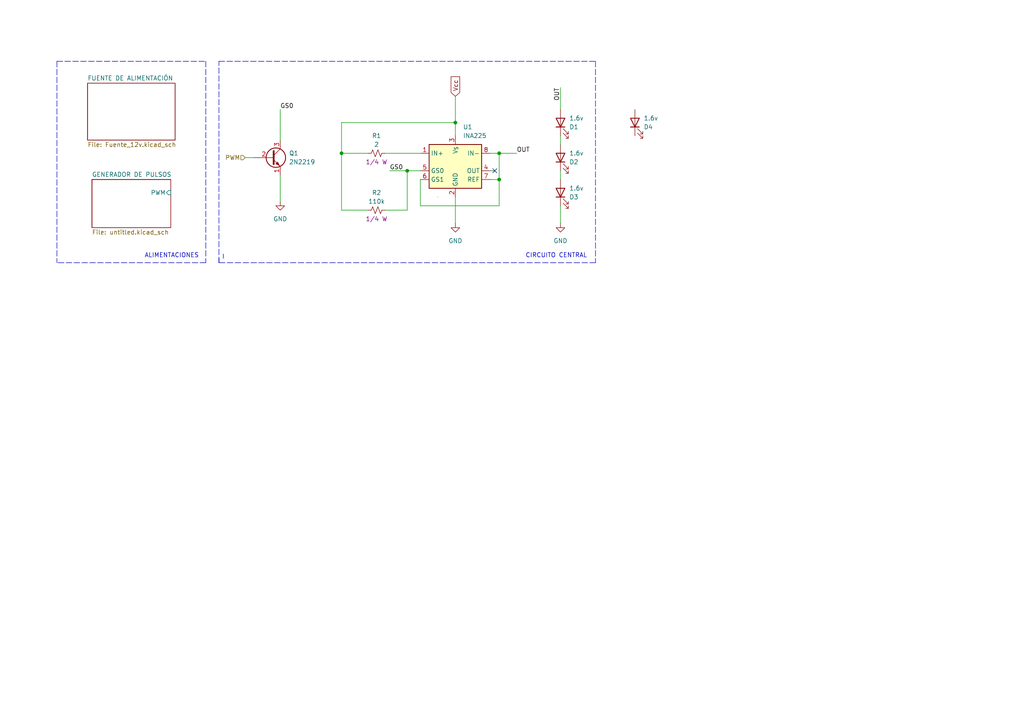
<source format=kicad_sch>
(kicad_sch (version 20231120) (generator "eeschema") (generator_version "8.0")
  (paper "A4")
  (title_block (title "Práctica 1"))
  (lib_symbols
    (symbol "Amplifier_Current:INA225"
      (property "Reference" "U" (at -5.08 7.62 0))
      (property "Value" "INA225" (at 5.08 7.62 0))
      (symbol "INA225_0_0"
        (text "" (at -10.16 -5.08 0) (effects (font (size 1.27 1.27))))
      )
      (symbol "INA225_0_1"
        (rectangle (start -7.62 5.08) (end 7.62 -7.62) (stroke (width 0.254)) (fill (type background)))
        (rectangle (start -5.08 -10.16) (end -5.08 -10.16))
      )
      (symbol "INA225_1_1"
        (pin passive line (at -10.16 2.54 0) (length 2.54) (name "IN+") (number "1"))
        (pin power_in line (at 0 -10.16 90) (length 2.54) (name "GND") (number "2"))
        (pin power_in line (at 0 7.62 270) (length 2.54) (name "V_{S}") (number "3"))
        (pin output line (at 10.16 -2.54 180) (length 2.54) (name "OUT") (number "4"))
        (pin input line (at -10.16 -2.54 0) (length 2.54) (name "GS0") (number "5"))
        (pin input line (at -10.16 -5.08 0) (length 2.54) (name "GS1") (number "6"))
        (pin passive line (at 10.16 -5.08 180) (length 2.54) (name "REF") (number "7"))
        (pin passive line (at 10.16 2.54 180) (length 2.54) (name "IN-") (number "8"))
      )
    )
    (symbol "Device:LED" (pin_numbers hide) (pin_names (offset 1.016) hide)
      (property "Reference" "D" (at 0 2.54 0))
      (property "Value" "LED" (at 0 -2.54 0))
      (symbol "LED_0_1"
        (polyline (pts (xy -1.27 -1.27) (xy -1.27 1.27)) (stroke (width 0.254)))
        (polyline (pts (xy -1.27 0) (xy 1.27 0)))
        (polyline (pts (xy 1.27 -1.27) (xy 1.27 1.27) (xy -1.27 0) (xy 1.27 -1.27)) (stroke (width 0.254)))
        (polyline (pts (xy -3.048 -0.762) (xy -4.572 -2.286) (xy -3.81 -2.286) (xy -4.572 -2.286) (xy -4.572 -1.524)))
        (polyline (pts (xy -1.778 -0.762) (xy -3.302 -2.286) (xy -2.54 -2.286) (xy -3.302 -2.286) (xy -3.302 -1.524)))
      )
      (symbol "LED_1_1"
        (pin passive line (at -3.81 0 0) (length 2.54) (name "K") (number "1"))
        (pin passive line (at 3.81 0 180) (length 2.54) (name "A") (number "2"))
      )
    )
    (symbol "Device:R_Small_US" (pin_numbers hide) (pin_names (offset 0.254) hide)
      (property "Reference" "R" (at 0.762 0.508 0))
      (property "Value" "R_Small_US" (at 0.762 -1.016 0))
      (symbol "R_Small_US_1_1"
        (polyline (pts (xy 0 0) (xy 1.016 -0.381) (xy 0 -0.762) (xy -1.016 -1.143) (xy 0 -1.524)))
        (polyline (pts (xy 0 1.524) (xy 1.016 1.143) (xy 0 0.762) (xy -1.016 0.381) (xy 0 0)))
        (pin passive line (at 0 2.54 270) (length 1.016) (name "~") (number "1"))
        (pin passive line (at 0 -2.54 90) (length 1.016) (name "~") (number "2"))
      )
    )
    (symbol "Transistor_BJT:2N2219" (pin_names (offset 0) hide)
      (property "Reference" "Q" (at 5.08 1.905 0))
      (property "Value" "2N2219" (at 5.08 0 0))
      (symbol "2N2219_0_1"
        (polyline (pts (xy 0.635 0.635) (xy 2.54 2.54)))
        (polyline (pts (xy 0.635 -0.635) (xy 2.54 -2.54) (xy 2.54 -2.54)))
        (polyline (pts (xy 0.635 1.905) (xy 0.635 -1.905) (xy 0.635 -1.905)) (stroke (width 0.508)))
        (polyline (pts (xy 1.27 -1.778) (xy 1.778 -1.27) (xy 2.286 -2.286) (xy 1.27 -1.778) (xy 1.27 -1.778)) (fill (type outline)))
        (circle (center 1.27 0) (radius 2.8194) (stroke (width 0.254)))
      )
      (symbol "2N2219_1_1"
        (pin passive line (at 2.54 -5.08 90) (length 2.54) (name "E") (number "1"))
        (pin passive line (at -5.08 0 0) (length 5.715) (name "B") (number "2"))
        (pin passive line (at 2.54 5.08 270) (length 2.54) (name "C") (number "3"))
      )
    )
    (symbol "power:GND" (power) (pin_names (offset 0))
      (property "Value" "GND" (at 0 -3.81 0))
      (symbol "GND_0_1"
        (polyline (pts (xy 0 0) (xy 0 -1.27) (xy 1.27 -1.27) (xy 0 -2.54) (xy -1.27 -1.27) (xy 0 -1.27)))
      )
      (symbol "GND_1_1"
        (pin power_in line (at 0 0 270) (length 0) hide (name "GND") (number "1"))
      )
    )
  )
  (junction (at 118.11 49.53))
  (junction (at 144.78 44.45))
  (junction (at 99.06 44.45))
  (junction (at 144.78 52.07))
  (junction (at 132.08 35.56))
  (no_connect (at 143.51 49.53))
  (wire (pts (xy 99.06 44.45) (xy 99.06 60.96)))
  (wire (pts (xy 162.56 31.75) (xy 162.56 25.4)))
  (polyline (pts (xy 172.72 76.2) (xy 63.5 76.2)) (stroke (width 0) (type dash)))
  (wire (pts (xy 132.08 27.94) (xy 132.08 35.56)))
  (polyline (pts (xy 64.77 73.66) (xy 64.77 74.93)))
  (wire (pts (xy 144.78 59.69) (xy 144.78 52.07)))
  (wire (pts (xy 71.12 45.72) (xy 73.66 45.72)))
  (wire (pts (xy 113.03 49.53) (xy 118.11 49.53)))
  (wire (pts (xy 99.06 35.56) (xy 132.08 35.56)))
  (wire (pts (xy 132.08 57.15) (xy 132.08 64.77)))
  (wire (pts (xy 121.92 52.07) (xy 121.92 59.69)))
  (wire (pts (xy 162.56 39.37) (xy 162.56 41.91)))
  (polyline (pts (xy 16.51 17.78) (xy 16.51 76.2)) (stroke (width 0) (type dash)))
  (wire (pts (xy 162.56 59.69) (xy 162.56 64.77)))
  (wire (pts (xy 99.06 44.45) (xy 106.68 44.45)))
  (wire (pts (xy 121.92 49.53) (xy 118.11 49.53)))
  (wire (pts (xy 162.56 49.53) (xy 162.56 52.07)))
  (polyline (pts (xy 63.5 74.93) (xy 63.5 76.2)))
  (wire (pts (xy 142.24 52.07) (xy 144.78 52.07)))
  (wire (pts (xy 81.28 50.8) (xy 81.28 58.42)))
  (polyline (pts (xy 16.51 17.78) (xy 59.69 17.78)) (stroke (width 0) (type dash)))
  (wire (pts (xy 144.78 52.07) (xy 144.78 44.45)))
  (polyline (pts (xy 59.69 17.78) (xy 59.69 76.2)) (stroke (width 0) (type dash)))
  (wire (pts (xy 121.92 44.45) (xy 111.76 44.45)))
  (wire (pts (xy 81.28 31.75) (xy 81.28 40.64)))
  (wire (pts (xy 121.92 59.69) (xy 144.78 59.69)))
  (wire (pts (xy 143.51 49.53) (xy 142.24 49.53)))
  (wire (pts (xy 132.08 35.56) (xy 132.08 39.37)))
  (polyline (pts (xy 59.69 76.2) (xy 16.51 76.2)) (stroke (width 0) (type dash)))
  (polyline (pts (xy 172.72 17.78) (xy 172.72 76.2)) (stroke (width 0) (type dash)))
  (wire (pts (xy 118.11 49.53) (xy 118.11 60.96)))
  (wire (pts (xy 99.06 60.96) (xy 106.68 60.96)))
  (wire (pts (xy 111.76 60.96) (xy 118.11 60.96)))
  (wire (pts (xy 99.06 35.56) (xy 99.06 44.45)))
  (polyline (pts (xy 63.5 17.78) (xy 172.72 17.78)) (stroke (width 0) (type dash)))
  (wire (pts (xy 144.78 44.45) (xy 149.86 44.45)))
  (wire (pts (xy 144.78 44.45) (xy 142.24 44.45)))
  (polyline (pts (xy 63.5 76.2) (xy 63.5 17.78)) (stroke (width 0) (type dash)))
  (text "CIRCUITO CENTRAL" (at 152.4 74.93 0) (effects (font (size 1.27 1.27)) (justify left bottom)))
  (text "ALIMENTACIONES\n" (at 41.91 74.93 0) (effects (font (size 1.27 1.27)) (justify left bottom)))
  (label "GS0" (at 113.03 49.53 0))
  (label "OUT" (at 149.86 44.45 0))
  (label "OUT" (at 162.56 25.4 270))
  (label "GS0" (at 81.28 31.75 0))
  (global_label "Vcc" (shape input) (at 132.08 27.94 90) (property "Intersheetrefs" "${INTERSHEET_REFS}" (effects (hide yes))))
  (hierarchical_label "PWM" (shape input) (at 71.12 45.72 180))
  (symbol (lib_id "Amplifier_Current:INA225") (at 132.08 46.99 0) (unit 1)
    (property "Reference" "U1" (at 134.2741 36.83 0) (effects (justify left)))
    (property "Value" "INA225" (at 134.2741 39.37 0) (effects (justify left)))
    (property "Footprint" "Package_SO:VSSOP-8_3.0x3.0mm_P0.65mm" (effects (hide yes)))
    (property "Datasheet" "https://www.ti.com/lit/ds/symlink/ina225-q1.pdf" (effects (hide yes)))
  )
  (symbol (lib_id "power:GND") (at 81.28 58.42 0) (unit 1)
    (property "Reference" "#PWR02" (effects (hide yes)))
    (property "Value" "GND" (at 81.28 63.5 0))
  )
  (symbol (lib_id "Device:LED") (at 162.56 45.72 90) (unit 1)
    (property "Reference" "D2" (at 165.1 46.99 90) (effects (justify right)))
    (property "Value" "1.6v" (at 165.1 44.45 90) (effects (justify right)))
    (property "Footprint" "Transistor_Power:GaN_Systems_GaNPX-3_5x6.6mm_Drain3.76x0.6mm" (effects (hide yes)))
  )
  (symbol (lib_id "Device:LED") (at 162.56 35.56 90) (unit 1)
    (property "Reference" "D1" (at 165.1 36.83 90) (effects (justify right)))
    (property "Value" "1.6v" (at 165.1 34.29 90) (effects (justify right)))
    (property "Footprint" "Transistor_Power:GaN_Systems_GaNPX-3_5x6.6mm_Drain3.76x0.6mm" (effects (hide yes)))
  )
  (symbol (lib_id "Device:LED") (at 184.15 35.56 90) (unit 1)
    (property "Reference" "D4" (at 186.69 36.83 90) (effects (justify right)))
    (property "Value" "1.6v" (at 186.69 34.29 90) (effects (justify right)))
    (property "Footprint" "Transistor_Power:GaN_Systems_GaNPX-3_5x6.6mm_Drain3.76x0.6mm" (effects (hide yes)))
  )
  (symbol (lib_id "Device:R_Small_US") (at 109.22 44.45 90) (unit 1)
    (property "Reference" "R1" (at 109.22 39.37 90))
    (property "Value" "2" (at 109.22 41.91 90))
    (property "Footprint" "Resistor_THT:R_Axial_DIN0204_L3.6mm_D1.6mm_P5.08mm_Horizontal" (effects (hide yes)))
    (property "Potencia" "1/4 W" (at 109.22 46.99 90))
  )
  (symbol (lib_id "Device:LED") (at 162.56 55.88 90) (unit 1)
    (property "Reference" "D3" (at 165.1 57.15 90) (effects (justify right)))
    (property "Value" "1.6v" (at 165.1 54.61 90) (effects (justify right)))
    (property "Footprint" "Transistor_Power:GaN_Systems_GaNPX-3_5x6.6mm_Drain3.76x0.6mm" (effects (hide yes)))
  )
  (symbol (lib_id "Transistor_BJT:2N2219") (at 78.74 45.72 0) (unit 1)
    (property "Reference" "Q1" (at 83.82 44.45 0) (effects (justify left)))
    (property "Value" "2N2219" (at 83.82 46.99 0) (effects (justify left)))
    (property "Footprint" "Package_TO_SOT_THT:TO-92_Wide" (effects (hide yes)))
    (property "Datasheet" "http://www.onsemi.com/pub_link/Collateral/2N2219-D.PDF" (effects (hide yes)))
  )
  (symbol (lib_id "power:GND") (at 132.08 64.77 0) (unit 1)
    (property "Reference" "#PWR03" (effects (hide yes)))
    (property "Value" "GND" (at 132.08 69.85 0))
  )
  (symbol (lib_id "Device:R_Small_US") (at 109.22 60.96 90) (unit 1)
    (property "Reference" "R2" (at 109.22 55.88 90))
    (property "Value" "110k" (at 109.22 58.42 90))
    (property "Footprint" "Resistor_THT:R_Axial_DIN0204_L3.6mm_D1.6mm_P5.08mm_Horizontal" (effects (hide yes)))
    (property "Potencia" "1/4 W" (at 109.22 63.5 90))
  )
  (symbol (lib_id "power:GND") (at 162.56 64.77 0) (unit 1)
    (property "Reference" "#PWR01" (effects (hide yes)))
    (property "Value" "GND" (at 162.56 69.85 0))
  )
  (sheet (at 26.67 52.07) (size 22.86 13.97) (stroke (width 0.1524))
    (property "Sheetname" "GENERADOR DE PULSOS" (at 26.67 51.3584 0) (effects (justify left bottom)))
    (property "Sheetfile" "untitled.kicad_sch" (at 26.67 66.6246 0) (effects (justify left top)))
    (pin "PWM" input (at 49.53 55.88 0))
  )
  (sheet (at 25.4 24.13) (size 25.4 16.51) (stroke (width 0.1524))
    (property "Sheetname" "FUENTE DE ALIMENTACIÓN" (at 25.4 23.4184 0) (effects (justify left bottom)))
    (property "Sheetfile" "Fuente_12v.kicad_sch" (at 25.4 41.2246 0) (effects (justify left top)))
  )
)
</source>
